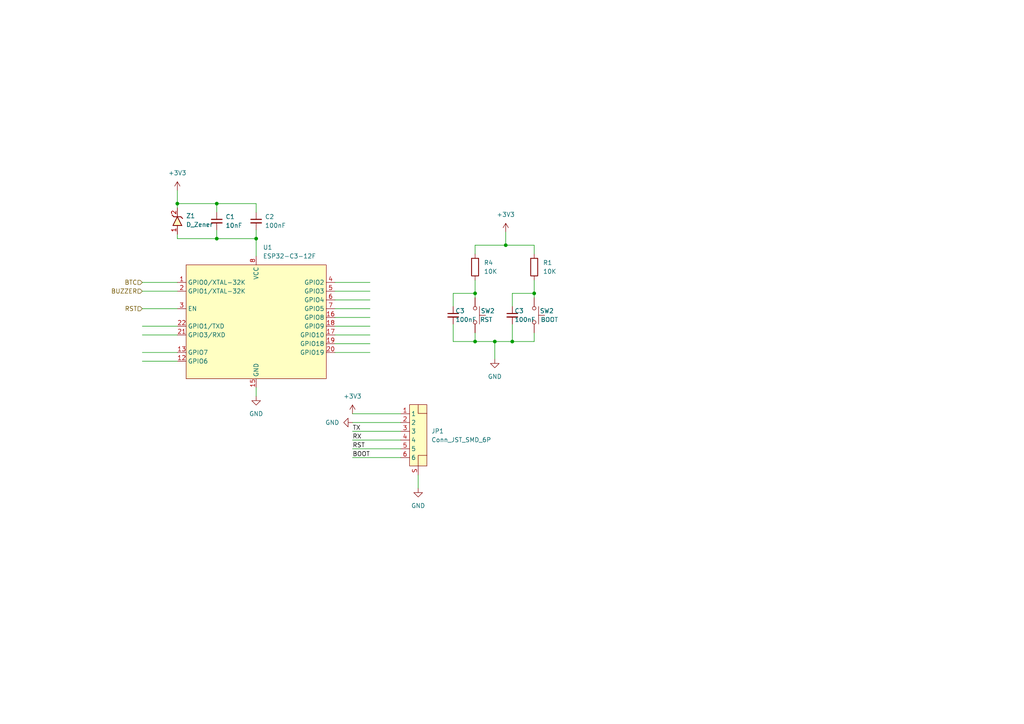
<source format=kicad_sch>
(kicad_sch (version 20230121) (generator eeschema)
  (paper "A4")
  (lib_symbols
    (symbol "Device:R" (pin_numbers hide) (pin_names (offset 0))
      (property "Reference" "R" (at 2.032 0 90))
      (property "Value" "R" (at 0 0 90))
      (symbol "R_0_1"
        (rectangle (start -1.016 -2.54) (end 1.016 2.54) (stroke (width 0.254)))
      )
      (symbol "R_1_1"
        (pin passive line (at 0 3.81 270) (length 1.27) (name "~") (number "1"))
        (pin passive line (at 0 -3.81 90) (length 1.27) (name "~") (number "2"))
      )
    )
    (symbol "IVS_SYMBOLS:C_Small" (pin_numbers hide) (pin_names (offset 0.254) hide)
      (property "Reference" "C" (at 0.254 1.778 0))
      (property "Value" "C_Small" (at 0.254 -2.032 0))
      (symbol "C_Small_0_1"
        (polyline (pts (xy -1.524 -0.508) (xy 1.524 -0.508)) (stroke (width 0.3302)))
        (polyline (pts (xy -1.524 0.508) (xy 1.524 0.508)) (stroke (width 0.3048)))
      )
      (symbol "C_Small_1_1"
        (pin passive line (at 0 2.54 270) (length 2.032) (name "~") (number "1"))
        (pin passive line (at 0 -2.54 90) (length 2.032) (name "~") (number "2"))
      )
    )
    (symbol "IVS_SYMBOLS:Conn_JST_SMD_6P"
      (property "Reference" "JP" (at 0 12.7 0))
      (property "Value" "Conn_JST_SMD_6P" (at 0 10.16 0))
      (symbol "Conn_JST_SMD_6P_0_1"
        (rectangle (start -2.4892 7.7216) (end 2.54 -10.0584) (fill (type background)))
        (polyline (pts (xy 0 7.7216) (xy 0 5.1816) (xy 2.54 5.1816)))
        (polyline (pts (xy 2.54 -6.985) (xy 0 -6.985) (xy 0 -10.0076)))
      )
      (symbol "Conn_JST_SMD_6P_1_1"
        (pin passive line (at -5.08 5.08 0) (length 2.54) (name "1") (number "1"))
        (pin passive line (at -5.08 2.54 0) (length 2.54) (name "2") (number "2"))
        (pin passive line (at -5.08 0 0) (length 2.54) (name "3") (number "3"))
        (pin passive line (at -5.08 -2.54 0) (length 2.54) (name "4") (number "4"))
        (pin passive line (at -5.08 -5.08 0) (length 2.54) (name "5") (number "5"))
        (pin passive line (at -5.08 -7.62 0) (length 2.54) (name "6") (number "6"))
        (pin passive line (at 0 -12.7 90) (length 2.54) (name "") (number "S"))
      )
    )
    (symbol "IVS_SYMBOLS:D_Zener"
      (property "Reference" "Z" (at 0 3.81 0))
      (property "Value" "D_Zener" (at 0 -3.302 0))
      (symbol "D_Zener_0_1"
        (polyline (pts (xy 0 -1.016) (xy -0.508 -1.524)) (stroke (width 0.254)))
        (polyline (pts (xy 0 1.016) (xy 0 -1.016)) (stroke (width 0.254)))
        (polyline (pts (xy 0 1.016) (xy 0.508 1.524)) (stroke (width 0.254)))
        (polyline (pts (xy 2.54 1.27) (xy 2.54 -1.27) (xy 0 0) (xy 2.54 1.27)) (stroke (width 0.254)) (fill (type background)))
      )
      (symbol "D_Zener_1_1"
        (pin passive line (at 5.08 0 180) (length 2.54) (name "") (number "1"))
        (pin passive line (at -2.54 0 0) (length 2.54) (name "") (number "2"))
      )
    )
    (symbol "IVS_SYMBOLS:ESP32-C3-12F"
      (property "Reference" "U" (at 0 0 0))
      (property "Value" "ESP32-C3-12F" (at 0 5.08 0))
      (symbol "ESP32-C3-12F_1_1"
        (rectangle (start -20.32 20.32) (end 20.32 -12.7) (fill (type background)))
        (pin input line (at -22.86 15.24 0) (length 2.54) (name "GPIO0/XTAL-32K") (number "1"))
        (pin bidirectional line (at -22.86 -7.62 0) (length 2.54) (name "GPIO6") (number "12"))
        (pin bidirectional line (at -22.86 -5.08 0) (length 2.54) (name "GPIO7") (number "13"))
        (pin power_in line (at 0 -15.24 90) (length 2.54) (name "GND") (number "15"))
        (pin bidirectional line (at 22.86 5.08 180) (length 2.54) (name "GPIO8") (number "16"))
        (pin bidirectional line (at 22.86 0 180) (length 2.54) (name "GPIO10") (number "17"))
        (pin bidirectional line (at 22.86 2.54 180) (length 2.54) (name "GPIO9") (number "18"))
        (pin bidirectional line (at 22.86 -2.54 180) (length 2.54) (name "GPIO18") (number "19"))
        (pin input line (at -22.86 12.7 0) (length 2.54) (name "GPIO1/XTAL-32K") (number "2"))
        (pin bidirectional line (at 22.86 -5.08 180) (length 2.54) (name "GPIO19") (number "20"))
        (pin bidirectional line (at -22.86 0 0) (length 2.54) (name "GPIO3/RXD") (number "21"))
        (pin bidirectional line (at -22.86 2.54 0) (length 2.54) (name "GPIO1/TXD") (number "22"))
        (pin input line (at -22.86 7.62 0) (length 2.54) (name "EN") (number "3"))
        (pin bidirectional line (at 22.86 15.24 180) (length 2.54) (name "GPIO2") (number "4"))
        (pin bidirectional line (at 22.86 12.7 180) (length 2.54) (name "GPIO3") (number "5"))
        (pin bidirectional line (at 22.86 10.16 180) (length 2.54) (name "GPIO4") (number "6"))
        (pin bidirectional line (at 22.86 7.62 180) (length 2.54) (name "GPIO5") (number "7"))
        (pin input line (at 0 22.86 270) (length 2.54) (name "VCC") (number "8"))
      )
    )
    (symbol "IVS_SYMBOLS:SW_Push" (pin_numbers hide) (pin_names (offset 1.016) hide)
      (property "Reference" "SW" (at 1.27 2.54 0))
      (property "Value" "SW_Push" (at 0 -1.524 0))
      (symbol "SW_Push_0_1"
        (circle (center -2.032 0) (radius 0.508))
        (polyline (pts (xy 0 1.27) (xy 0 3.048)))
        (polyline (pts (xy 2.54 1.27) (xy -2.54 1.27)))
        (circle (center 2.032 0) (radius 0.508))
        (pin passive line (at -5.08 0 0) (length 2.54) (name "1") (number "1"))
        (pin passive line (at 5.08 0 180) (length 2.54) (name "2") (number "2"))
      )
    )
    (symbol "power:+3V3" (power) (pin_names (offset 0))
      (property "Value" "+3V3" (at 0 3.556 0))
      (symbol "+3V3_0_1"
        (polyline (pts (xy -0.762 1.27) (xy 0 2.54)))
        (polyline (pts (xy 0 0) (xy 0 2.54)))
        (polyline (pts (xy 0 2.54) (xy 0.762 1.27)))
      )
      (symbol "+3V3_1_1"
        (pin power_in line (at 0 0 90) (length 0) hide (name "+3V3") (number "1"))
      )
    )
    (symbol "power:GND" (power) (pin_names (offset 0))
      (property "Value" "GND" (at 0 -3.81 0))
      (symbol "GND_0_1"
        (polyline (pts (xy 0 0) (xy 0 -1.27) (xy 1.27 -1.27) (xy 0 -2.54) (xy -1.27 -1.27) (xy 0 -1.27)))
      )
      (symbol "GND_1_1"
        (pin power_in line (at 0 0 270) (length 0) hide (name "GND") (number "1"))
      )
    )
  )
  (junction (at 148.59 99.06))
  (junction (at 137.795 85.09))
  (junction (at 51.435 59.055))
  (junction (at 137.795 99.06))
  (junction (at 154.94 85.09))
  (junction (at 62.865 59.055))
  (junction (at 143.51 99.06))
  (junction (at 62.865 69.215))
  (junction (at 146.685 71.12))
  (junction (at 74.295 69.215))
  (wire (pts (xy 97.155 84.455) (xy 107.315 84.455)))
  (wire (pts (xy 143.51 99.06) (xy 143.51 104.14)))
  (wire (pts (xy 41.275 89.535) (xy 51.435 89.535)))
  (wire (pts (xy 51.435 55.245) (xy 51.435 59.055)))
  (wire (pts (xy 51.435 67.945) (xy 51.435 69.215)))
  (wire (pts (xy 137.795 99.06) (xy 143.51 99.06)))
  (wire (pts (xy 41.275 102.235) (xy 51.435 102.235)))
  (wire (pts (xy 97.155 97.155) (xy 107.315 97.155)))
  (wire (pts (xy 148.59 85.09) (xy 154.94 85.09)))
  (wire (pts (xy 41.275 84.455) (xy 51.435 84.455)))
  (wire (pts (xy 148.59 93.98) (xy 148.59 99.06)))
  (wire (pts (xy 148.59 88.9) (xy 148.59 85.09)))
  (wire (pts (xy 51.435 69.215) (xy 62.865 69.215)))
  (wire (pts (xy 146.685 71.12) (xy 137.795 71.12)))
  (wire (pts (xy 97.155 94.615) (xy 107.315 94.615)))
  (wire (pts (xy 41.275 97.155) (xy 51.435 97.155)))
  (wire (pts (xy 97.155 92.075) (xy 107.315 92.075)))
  (wire (pts (xy 148.59 99.06) (xy 154.94 99.06)))
  (wire (pts (xy 97.155 89.535) (xy 107.315 89.535)))
  (wire (pts (xy 154.94 96.52) (xy 154.94 99.06)))
  (wire (pts (xy 131.445 85.09) (xy 137.795 85.09)))
  (wire (pts (xy 51.435 60.325) (xy 51.435 59.055)))
  (wire (pts (xy 102.235 122.555) (xy 116.205 122.555)))
  (wire (pts (xy 137.795 81.28) (xy 137.795 85.09)))
  (wire (pts (xy 146.685 67.31) (xy 146.685 71.12)))
  (wire (pts (xy 74.295 69.215) (xy 74.295 74.295)))
  (wire (pts (xy 41.275 104.775) (xy 51.435 104.775)))
  (wire (pts (xy 97.155 81.915) (xy 107.315 81.915)))
  (wire (pts (xy 62.865 59.055) (xy 62.865 61.595)))
  (wire (pts (xy 154.94 85.09) (xy 154.94 86.36)))
  (wire (pts (xy 97.155 102.235) (xy 107.315 102.235)))
  (wire (pts (xy 97.155 99.695) (xy 107.315 99.695)))
  (wire (pts (xy 51.435 59.055) (xy 62.865 59.055)))
  (wire (pts (xy 41.275 81.915) (xy 51.435 81.915)))
  (wire (pts (xy 102.235 130.175) (xy 116.205 130.175)))
  (wire (pts (xy 102.235 125.095) (xy 116.205 125.095)))
  (wire (pts (xy 137.795 71.12) (xy 137.795 73.66)))
  (wire (pts (xy 74.295 59.055) (xy 62.865 59.055)))
  (wire (pts (xy 102.235 127.635) (xy 116.205 127.635)))
  (wire (pts (xy 102.235 120.015) (xy 116.205 120.015)))
  (wire (pts (xy 154.94 71.12) (xy 146.685 71.12)))
  (wire (pts (xy 62.865 69.215) (xy 62.865 66.675)))
  (wire (pts (xy 154.94 73.66) (xy 154.94 71.12)))
  (wire (pts (xy 74.295 66.675) (xy 74.295 69.215)))
  (wire (pts (xy 154.94 81.28) (xy 154.94 85.09)))
  (wire (pts (xy 74.295 69.215) (xy 62.865 69.215)))
  (wire (pts (xy 137.795 85.09) (xy 137.795 86.36)))
  (wire (pts (xy 137.795 96.52) (xy 137.795 99.06)))
  (wire (pts (xy 102.235 132.715) (xy 116.205 132.715)))
  (wire (pts (xy 97.155 86.995) (xy 107.315 86.995)))
  (wire (pts (xy 121.285 137.795) (xy 121.285 141.605)))
  (wire (pts (xy 41.275 94.615) (xy 51.435 94.615)))
  (wire (pts (xy 143.51 99.06) (xy 148.59 99.06)))
  (wire (pts (xy 74.295 112.395) (xy 74.295 114.935)))
  (wire (pts (xy 131.445 99.06) (xy 137.795 99.06)))
  (wire (pts (xy 131.445 88.9) (xy 131.445 85.09)))
  (wire (pts (xy 74.295 61.595) (xy 74.295 59.055)))
  (wire (pts (xy 131.445 93.98) (xy 131.445 99.06)))
  (label "BOOT" (at 102.235 132.715 0))
  (label "RX" (at 102.235 127.635 0))
  (label "TX" (at 102.235 125.095 0))
  (label "RST" (at 102.235 130.175 0))
  (hierarchical_label "RST" (shape input) (at 41.275 89.535 180))
  (hierarchical_label "BTC" (shape input) (at 41.275 81.915 180))
  (hierarchical_label "BUZZER" (shape input) (at 41.275 84.455 180))
  (symbol (lib_id "power:GND") (at 143.51 104.14 0) (unit 1)
    (property "Reference" "#PWR01" (effects hide))
    (property "Value" "GND" (at 143.51 109.22 0))
    (instances (project "Node_Vote" (path "" (reference "#PWR01") (unit 1)) (path "" (reference "#PWR07") (unit 1))))
  )
  (symbol (lib_id "power:+3V3") (at 146.685 67.31 0) (unit 1)
    (property "Reference" "#PWR04" (effects hide))
    (property "Value" "+3V3" (at 146.685 62.23 0))
    (instances (project "Node_Vote" (path "" (reference "#PWR04") (unit 1)) (path "" (reference "#PWR06") (unit 1))))
  )
  (symbol (lib_id "Device:R") (at 154.94 77.47 0) (unit 1)
    (property "Reference" "R1" (at 157.48 76.2 0) (effects (justify left)))
    (property "Value" "10K" (at 157.48 78.74 0) (effects (justify left)))
    (property "Footprint" "IVS_FOOTPRINTS:R_0603" (effects hide))
    (instances (project "Node_Vote" (path "" (reference "R1") (unit 1)) (path "" (reference "R4") (unit 1))))
  )
  (symbol (lib_id "power:+3V3") (at 51.435 55.245 0) (unit 1)
    (property "Reference" "#PWR03" (effects hide))
    (property "Value" "+3V3" (at 51.435 50.165 0))
    (instances (project "Node_Vote" (path "" (reference "#PWR03") (unit 1)) (path "" (reference "#PWR01") (unit 1))))
  )
  (symbol (lib_id "IVS_SYMBOLS:ESP32-C3-12F") (at 74.295 97.155 0) (unit 1)
    (property "Reference" "U1" (at 76.2509 71.755 0) (effects (justify left)))
    (property "Value" "ESP32-C3-12F" (at 76.2509 74.295 0) (effects (justify left)))
    (property "Footprint" "IVS_FOOTPRINTS:ESP32-C3-WROOM-02-N4" (effects hide))
    (property "Datasheet" "https://docs.ai-thinker.com/_media/esp32/docs/esp-c3-12f_specification.pdf" (effects hide))
  )
  (symbol (lib_id "power:GND") (at 74.295 114.935 0) (unit 1)
    (property "Reference" "#PWR02" (effects hide))
    (property "Value" "GND" (at 74.295 120.015 0))
  )
  (symbol (lib_id "IVS_SYMBOLS:SW_Push") (at 137.795 91.44 270) (mirror x) (unit 1)
    (property "Reference" "SW2" (at 143.51 90.17 90) (effects (justify right)))
    (property "Value" "RST" (at 142.875 92.71 90) (effects (justify right)))
    (property "Footprint" "IVS_FOOTPRINTS:SW_SPST_PTS810" (effects hide))
    (instances (project "Node_Vote" (path "" (reference "SW2") (unit 1)) (path "" (reference "BT2") (unit 1))))
  )
  (symbol (lib_id "IVS_SYMBOLS:D_Zener") (at 51.435 62.865 270) (unit 1)
    (property "Reference" "Z1" (at 53.975 62.611 90) (effects (justify left)))
    (property "Value" "D_Zener" (at 53.975 65.151 90) (effects (justify left)))
    (property "Footprint" "IVS_FOOTPRINTS:SOD-123" (effects hide))
  )
  (symbol (lib_id "IVS_SYMBOLS:C_Small") (at 62.865 64.135 0) (unit 1)
    (property "Reference" "C1" (at 65.405 62.8713 0) (effects (justify left)))
    (property "Value" "10nF" (at 65.405 65.4113 0) (effects (justify left)))
    (property "Footprint" "IVS_FOOTPRINTS:C_0603" (effects hide))
  )
  (symbol (lib_id "Device:R") (at 137.795 77.47 0) (unit 1)
    (property "Reference" "R4" (at 140.335 76.2 0) (effects (justify left)))
    (property "Value" "10K" (at 140.335 78.74 0) (effects (justify left)))
    (property "Footprint" "IVS_FOOTPRINTS:R_0603" (effects hide))
    (instances (project "Node_Vote" (path "" (reference "R4") (unit 1)) (path "" (reference "R1") (unit 1))))
  )
  (symbol (lib_id "power:+3V3") (at 102.235 120.015 0) (unit 1)
    (property "Reference" "#PWR07" (effects hide))
    (property "Value" "+3V3" (at 102.235 114.935 0))
    (instances (project "Node_Vote" (path "" (reference "#PWR07") (unit 1)) (path "" (reference "#PWR03") (unit 1))))
  )
  (symbol (lib_id "power:GND") (at 102.235 122.555 270) (unit 1)
    (property "Reference" "#PWR06" (effects hide))
    (property "Value" "GND" (at 98.425 122.555 90) (effects (justify right)))
    (instances (project "Node_Vote" (path "" (reference "#PWR06") (unit 1)) (path "" (reference "#PWR04") (unit 1))))
  )
  (symbol (lib_id "power:GND") (at 121.285 141.605 0) (unit 1)
    (property "Reference" "#PWR05" (effects hide))
    (property "Value" "GND" (at 121.285 146.685 0))
  )
  (symbol (lib_id "IVS_SYMBOLS:C_Small") (at 148.59 91.44 0) (unit 1)
    (property "Reference" "C3" (at 149.225 90.17 0) (effects (justify left)))
    (property "Value" "100nF" (at 149.225 92.71 0) (effects (justify left)))
    (property "Footprint" "IVS_FOOTPRINTS:C_0603" (effects hide))
  )
  (symbol (lib_id "IVS_SYMBOLS:C_Small") (at 131.445 91.44 0) (unit 1)
    (property "Reference" "C3" (at 132.08 90.17 0) (effects (justify left)))
    (property "Value" "100nF" (at 132.08 92.71 0) (effects (justify left)))
    (property "Footprint" "IVS_FOOTPRINTS:C_0603" (effects hide))
    (instances (project "Node_Vote" (path "" (reference "C3") (unit 1)) (path "" (reference "C4") (unit 1))))
  )
  (symbol (lib_id "IVS_SYMBOLS:Conn_JST_SMD_6P") (at 121.285 125.095 0) (unit 1)
    (property "Reference" "JP1" (at 125.095 125.0442 0) (effects (justify left)))
    (property "Value" "Conn_JST_SMD_6P" (at 125.095 127.5842 0) (effects (justify left)))
    (property "Footprint" "IVS_FOOTPRINTS:XH_6P_2.54mm_Vertical" (effects hide))
  )
  (symbol (lib_id "IVS_SYMBOLS:C_Small") (at 74.295 64.135 0) (unit 1)
    (property "Reference" "C2" (at 76.835 62.8713 0) (effects (justify left)))
    (property "Value" "100nF" (at 76.835 65.4113 0) (effects (justify left)))
    (property "Footprint" "IVS_FOOTPRINTS:C_0603" (effects hide))
  )
  (symbol (lib_id "IVS_SYMBOLS:SW_Push") (at 154.94 91.44 270) (mirror x) (unit 1)
    (property "Reference" "SW2" (at 160.655 90.17 90) (effects (justify right)))
    (property "Value" "BOOT" (at 161.925 92.71 90) (effects (justify right)))
    (property "Footprint" "IVS_FOOTPRINTS:SW_SPST_PTS810" (effects hide))
    (instances (project "Node_Vote" (path "" (reference "SW2") (unit 1)) (path "" (reference "BT1") (unit 1))))
  )
)
</source>
